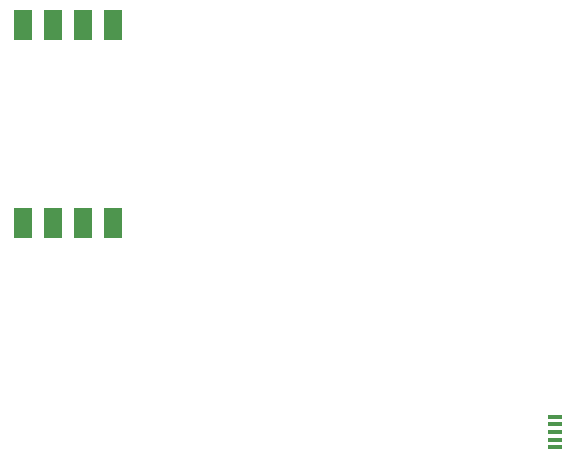
<source format=gtp>
G04 #@! TF.GenerationSoftware,KiCad,Pcbnew,5.99.0-unknown-r17607-a0698723*
G04 #@! TF.CreationDate,2020-04-07T09:51:29-05:00*
G04 #@! TF.ProjectId,pcb_dip,7063625f-6469-4702-9e6b-696361645f70,rev?*
G04 #@! TF.SameCoordinates,Original*
G04 #@! TF.FileFunction,Paste,Top*
G04 #@! TF.FilePolarity,Positive*
%FSLAX46Y46*%
G04 Gerber Fmt 4.6, Leading zero omitted, Abs format (unit mm)*
G04 Created by KiCad (PCBNEW 5.99.0-unknown-r17607-a0698723) date 2020-04-07 09:51:29*
%MOMM*%
%LPD*%
G01*
G04 APERTURE LIST*
%ADD10R,1.300000X0.450000*%
%ADD11R,1.524000X2.540000*%
G04 APERTURE END LIST*
D10*
X164470000Y-96490000D03*
X164470000Y-97140000D03*
X164470000Y-97790000D03*
X164470000Y-98440000D03*
X164470000Y-99090000D03*
D11*
X119380000Y-63373000D03*
X121920000Y-63373000D03*
X124460000Y-63373000D03*
X127000000Y-63373000D03*
X127000000Y-80137000D03*
X124460000Y-80137000D03*
X121920000Y-80137000D03*
X119380000Y-80137000D03*
M02*

</source>
